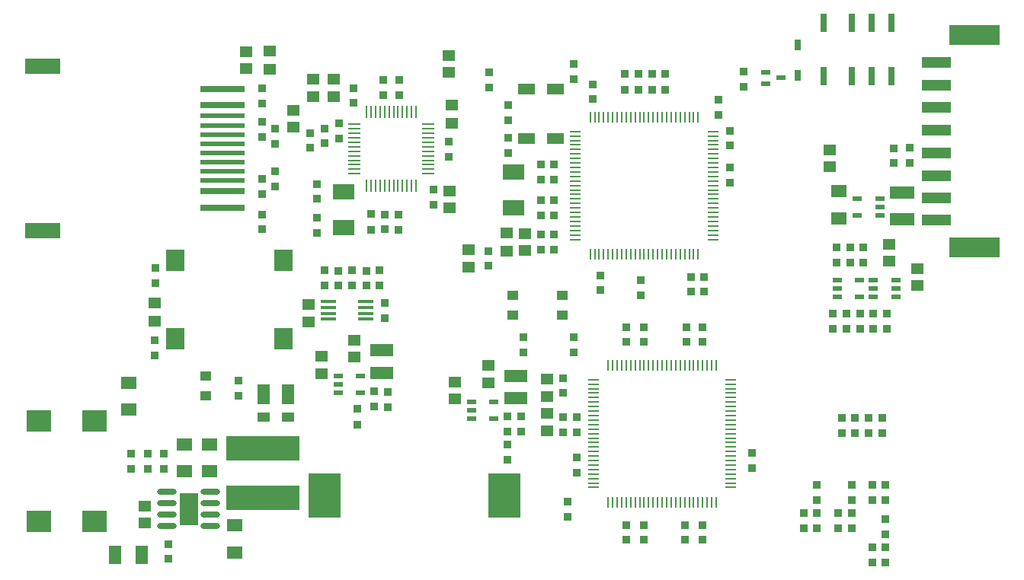
<source format=gtp>
%FSLAX44Y44*%
%MOMM*%
G71*
G01*
G75*
G04 Layer_Color=8421504*
%ADD10R,0.9000X0.8500*%
%ADD11R,0.9000X0.9000*%
%ADD12O,1.8000X0.4000*%
%ADD13R,2.0000X2.4000*%
%ADD14R,1.4500X1.1500*%
%ADD15R,0.7000X2.0000*%
%ADD16R,1.1000X0.5500*%
%ADD17R,0.8000X1.2000*%
%ADD18R,1.4000X1.2000*%
%ADD19R,1.9000X1.3000*%
%ADD20R,3.6000X5.0000*%
%ADD21C,15.0000*%
%ADD22R,2.8000X2.4000*%
%ADD23O,2.2000X0.6000*%
%ADD24R,2.0500X3.6000*%
%ADD25R,8.1000X2.8000*%
%ADD26R,1.4000X2.0000*%
%ADD27R,1.4000X2.2000*%
%ADD28R,1.4000X1.0000*%
%ADD29R,1.8000X1.4000*%
%ADD30R,2.4000X1.8000*%
%ADD31O,0.2500X1.3500*%
%ADD32O,1.3500X0.2500*%
%ADD33O,0.2500X1.4000*%
%ADD34O,1.4000X0.2500*%
%ADD35R,4.0000X1.8000*%
%ADD36R,5.0000X0.6000*%
%ADD37R,5.0000X0.8000*%
%ADD38R,1.0000X0.6000*%
%ADD39R,2.6500X1.3500*%
%ADD40R,3.2000X1.2000*%
%ADD41R,5.6000X2.2000*%
%ADD42R,2.7000X1.4000*%
%ADD43R,1.0500X0.6000*%
%ADD44R,1.2000X1.0000*%
%ADD45C,0.2000*%
%ADD46C,0.1500*%
%ADD47C,0.2500*%
%ADD48C,0.3000*%
%ADD49C,0.9000*%
%ADD50C,0.8000*%
%ADD51C,0.6000*%
%ADD52C,0.7000*%
%ADD53C,0.7500*%
%ADD54C,1.0000*%
%ADD55C,1.4000*%
%ADD56C,1.2000*%
%ADD57C,0.5000*%
%ADD58C,0.4000*%
%ADD59C,1.4000*%
%ADD60C,2.7000*%
%ADD61R,1.8000X1.8000*%
%ADD62C,1.8000*%
%ADD63C,1.6000*%
%ADD64R,1.8000X1.8000*%
%ADD65C,0.7000*%
%ADD66C,2.0000*%
%ADD67C,0.1600*%
D10*
X-474000Y-47500D02*
D03*
Y-64500D02*
D03*
X-530000Y-47500D02*
D03*
Y-64500D02*
D03*
X-751000Y26500D02*
D03*
Y9500D02*
D03*
X-690000D02*
D03*
Y26500D02*
D03*
X-721000D02*
D03*
Y9500D02*
D03*
X-285500Y230500D02*
D03*
Y247500D02*
D03*
X-165250Y-260250D02*
D03*
Y-243250D02*
D03*
Y-228750D02*
D03*
Y-211750D02*
D03*
X-204000Y-260250D02*
D03*
Y-243250D02*
D03*
Y-228750D02*
D03*
Y-211750D02*
D03*
X-127750Y-298250D02*
D03*
Y-281250D02*
D03*
Y-266750D02*
D03*
Y-249750D02*
D03*
X-131500Y-154500D02*
D03*
Y-137500D02*
D03*
X-146500Y-154500D02*
D03*
Y-137500D02*
D03*
X-161500Y-154500D02*
D03*
Y-137500D02*
D03*
X-176500Y-154500D02*
D03*
Y-137500D02*
D03*
X-127750Y-228750D02*
D03*
Y-211750D02*
D03*
X-142750Y-228750D02*
D03*
Y-211750D02*
D03*
X-300500Y140750D02*
D03*
Y123750D02*
D03*
X-480750Y-230750D02*
D03*
Y-247750D02*
D03*
X-399500Y15750D02*
D03*
Y-1250D02*
D03*
X-474000Y256500D02*
D03*
Y239500D02*
D03*
X-668250Y221500D02*
D03*
Y238500D02*
D03*
X-686250Y221500D02*
D03*
Y238500D02*
D03*
X-699250Y89000D02*
D03*
Y72000D02*
D03*
X-966000Y-194500D02*
D03*
Y-177500D02*
D03*
X-948000D02*
D03*
Y-194500D02*
D03*
X-846500Y-96250D02*
D03*
Y-113250D02*
D03*
X-821000Y192000D02*
D03*
Y175000D02*
D03*
X-806000Y184000D02*
D03*
Y167000D02*
D03*
Y120000D02*
D03*
Y137000D02*
D03*
X-821000Y111000D02*
D03*
Y128000D02*
D03*
X-547750Y-135750D02*
D03*
Y-152750D02*
D03*
X-547750Y-167250D02*
D03*
Y-184250D02*
D03*
X-696000Y-107500D02*
D03*
Y-124500D02*
D03*
X-714750Y-127750D02*
D03*
Y-144750D02*
D03*
X-387500Y244750D02*
D03*
Y227750D02*
D03*
X-141250Y-21500D02*
D03*
Y-38500D02*
D03*
X-126250D02*
D03*
Y-21500D02*
D03*
X-402500Y227750D02*
D03*
Y244750D02*
D03*
X-417500Y227750D02*
D03*
Y244750D02*
D03*
X-182250Y35000D02*
D03*
Y52000D02*
D03*
X-167250D02*
D03*
Y35000D02*
D03*
X-186250Y-38250D02*
D03*
Y-21250D02*
D03*
X-171250Y-38500D02*
D03*
Y-21500D02*
D03*
X-372500Y227750D02*
D03*
Y244750D02*
D03*
X-568000Y229500D02*
D03*
Y246500D02*
D03*
X-669250Y71750D02*
D03*
Y88750D02*
D03*
D11*
X-736000Y9750D02*
D03*
Y26250D02*
D03*
X-705000D02*
D03*
Y9750D02*
D03*
X-684500Y-26500D02*
D03*
Y-10000D02*
D03*
X-180250Y-260000D02*
D03*
Y-243500D02*
D03*
X-219000Y-260000D02*
D03*
Y-243500D02*
D03*
X-142750Y-298000D02*
D03*
Y-281500D02*
D03*
X-940000Y-68000D02*
D03*
Y-51500D02*
D03*
X-939500Y29000D02*
D03*
Y12500D02*
D03*
X-547000Y193750D02*
D03*
Y210250D02*
D03*
Y173750D02*
D03*
Y157250D02*
D03*
X-684250Y72250D02*
D03*
Y88750D02*
D03*
X-930000Y-194250D02*
D03*
Y-177750D02*
D03*
X-925000Y-277750D02*
D03*
Y-294250D02*
D03*
X-759250Y122500D02*
D03*
Y106000D02*
D03*
Y68500D02*
D03*
Y85000D02*
D03*
X-630000Y99750D02*
D03*
Y116250D02*
D03*
X-767000Y179250D02*
D03*
Y162750D02*
D03*
X-719250Y212750D02*
D03*
Y229250D02*
D03*
X-612750Y153250D02*
D03*
Y169750D02*
D03*
X-735000Y189750D02*
D03*
Y173250D02*
D03*
X-751000Y184250D02*
D03*
Y167750D02*
D03*
X-569000Y48250D02*
D03*
Y31750D02*
D03*
X-496000Y66250D02*
D03*
Y49750D02*
D03*
X-511000Y66250D02*
D03*
Y49750D02*
D03*
X-329250Y19250D02*
D03*
Y2750D02*
D03*
X-313750Y199750D02*
D03*
Y216250D02*
D03*
X-452750Y217000D02*
D03*
Y233500D02*
D03*
X-444750Y21000D02*
D03*
Y4500D02*
D03*
X-496000Y127750D02*
D03*
Y144250D02*
D03*
Y104250D02*
D03*
Y87750D02*
D03*
X-300500Y165500D02*
D03*
Y182000D02*
D03*
X-344250Y19250D02*
D03*
Y2750D02*
D03*
X-511000Y144250D02*
D03*
Y127750D02*
D03*
Y87750D02*
D03*
Y104250D02*
D03*
X-486500Y-93250D02*
D03*
Y-109750D02*
D03*
X-486000Y-136750D02*
D03*
Y-153250D02*
D03*
X-471000Y-136750D02*
D03*
Y-153250D02*
D03*
X-396000Y-256750D02*
D03*
Y-273250D02*
D03*
X-351000Y-256750D02*
D03*
Y-273250D02*
D03*
X-349000Y-53250D02*
D03*
Y-36750D02*
D03*
X-396000Y-53250D02*
D03*
Y-36750D02*
D03*
X-471000Y-181750D02*
D03*
Y-198250D02*
D03*
X-331000Y-53250D02*
D03*
Y-36750D02*
D03*
X-416000Y-53250D02*
D03*
Y-36750D02*
D03*
X-276000Y-176500D02*
D03*
Y-193000D02*
D03*
X-416000Y-256750D02*
D03*
Y-273250D02*
D03*
X-331000Y-256750D02*
D03*
Y-273250D02*
D03*
X-820750Y212250D02*
D03*
Y228750D02*
D03*
X-821000Y88616D02*
D03*
Y72116D02*
D03*
X-532500Y-152500D02*
D03*
Y-136000D02*
D03*
X-681000Y-125500D02*
D03*
Y-109000D02*
D03*
X-156250Y-21750D02*
D03*
Y-38250D02*
D03*
X-152250Y35250D02*
D03*
Y51750D02*
D03*
X-119000Y146000D02*
D03*
Y162500D02*
D03*
X-100750Y146250D02*
D03*
Y162750D02*
D03*
D12*
X-705250Y-27750D02*
D03*
Y-21250D02*
D03*
Y-14750D02*
D03*
Y-8250D02*
D03*
X-746750Y-27750D02*
D03*
Y-21250D02*
D03*
Y-14750D02*
D03*
Y-8250D02*
D03*
D13*
X-796750Y-49500D02*
D03*
X-916750D02*
D03*
X-796750Y37500D02*
D03*
X-916750D02*
D03*
D14*
X-769250Y-30500D02*
D03*
Y-11500D02*
D03*
X-591000Y30500D02*
D03*
Y49500D02*
D03*
X-189500Y160500D02*
D03*
Y141500D02*
D03*
X-123500Y55500D02*
D03*
Y36500D02*
D03*
X-838000Y250750D02*
D03*
Y269750D02*
D03*
X-951000Y-254750D02*
D03*
Y-235750D02*
D03*
X-763750Y239000D02*
D03*
Y220000D02*
D03*
X-786250Y204500D02*
D03*
Y185500D02*
D03*
X-612000Y96000D02*
D03*
Y115000D02*
D03*
X-612750Y265500D02*
D03*
Y246500D02*
D03*
X-528750Y67500D02*
D03*
Y48500D02*
D03*
X-503750Y-132750D02*
D03*
Y-151750D02*
D03*
X-569500Y-79500D02*
D03*
Y-98500D02*
D03*
X-606000Y-116750D02*
D03*
Y-97750D02*
D03*
X-718000Y-51000D02*
D03*
Y-70000D02*
D03*
X-754250Y-88250D02*
D03*
Y-69250D02*
D03*
X-92750Y9500D02*
D03*
Y28500D02*
D03*
D15*
X-197000Y302250D02*
D03*
X-143000D02*
D03*
X-165000D02*
D03*
X-197000Y242250D02*
D03*
X-143000D02*
D03*
X-165000D02*
D03*
X-121000D02*
D03*
Y302250D02*
D03*
D16*
X-243750Y240750D02*
D03*
X-260750Y234250D02*
D03*
Y247250D02*
D03*
D17*
X-225000Y243250D02*
D03*
Y277250D02*
D03*
D18*
X-939750Y-29750D02*
D03*
Y-9750D02*
D03*
X-812250Y250250D02*
D03*
Y270250D02*
D03*
X-610000Y210500D02*
D03*
Y190500D02*
D03*
X-740750Y239500D02*
D03*
Y219500D02*
D03*
X-549000Y48000D02*
D03*
Y68000D02*
D03*
X-504000Y-94000D02*
D03*
Y-114000D02*
D03*
D19*
X-527000Y173500D02*
D03*
X-495000D02*
D03*
X-527000Y228500D02*
D03*
X-495000D02*
D03*
D20*
X-751250Y-223500D02*
D03*
X-551250D02*
D03*
D22*
X-1007250Y-140500D02*
D03*
X-1068250D02*
D03*
Y-252500D02*
D03*
X-1007250D02*
D03*
D23*
X-926250Y-219950D02*
D03*
Y-232650D02*
D03*
Y-245350D02*
D03*
Y-258050D02*
D03*
X-877750Y-219950D02*
D03*
Y-232650D02*
D03*
Y-245350D02*
D03*
Y-258050D02*
D03*
D24*
X-902000Y-239000D02*
D03*
D25*
X-820000Y-171500D02*
D03*
Y-226500D02*
D03*
D26*
X-984000Y-290000D02*
D03*
X-954000D02*
D03*
D27*
X-818750Y-111000D02*
D03*
X-792000D02*
D03*
D28*
X-818750Y-137000D02*
D03*
X-792000D02*
D03*
D29*
X-968500Y-128500D02*
D03*
Y-98500D02*
D03*
X-851000Y-287000D02*
D03*
Y-257000D02*
D03*
X-907000Y-197000D02*
D03*
Y-167000D02*
D03*
X-879000Y-197000D02*
D03*
Y-167000D02*
D03*
X-180000Y84500D02*
D03*
Y114500D02*
D03*
D30*
X-729750Y113750D02*
D03*
Y73750D02*
D03*
X-541000Y96000D02*
D03*
Y136000D02*
D03*
D31*
X-456000Y197250D02*
D03*
X-451000D02*
D03*
X-446000D02*
D03*
X-441000D02*
D03*
X-436000D02*
D03*
X-431000D02*
D03*
X-426000D02*
D03*
X-421000D02*
D03*
X-416000D02*
D03*
X-411000D02*
D03*
X-406000D02*
D03*
X-401000D02*
D03*
X-396000D02*
D03*
X-391000D02*
D03*
X-386000D02*
D03*
X-381000D02*
D03*
X-376000D02*
D03*
X-371000D02*
D03*
X-366000D02*
D03*
X-361000D02*
D03*
X-356000D02*
D03*
X-351000D02*
D03*
X-346000D02*
D03*
X-341000D02*
D03*
X-336000D02*
D03*
Y44750D02*
D03*
X-341000D02*
D03*
X-346000D02*
D03*
X-351000D02*
D03*
X-356000D02*
D03*
X-361000D02*
D03*
X-366000D02*
D03*
X-371000D02*
D03*
X-376000D02*
D03*
X-381000D02*
D03*
X-386000D02*
D03*
X-391000D02*
D03*
X-396000D02*
D03*
X-401000D02*
D03*
X-406000D02*
D03*
X-411000D02*
D03*
X-416000D02*
D03*
X-421000D02*
D03*
X-426000D02*
D03*
X-431000D02*
D03*
X-436000D02*
D03*
X-441000D02*
D03*
X-446000D02*
D03*
X-451000D02*
D03*
X-456000D02*
D03*
X-436000Y-231250D02*
D03*
X-431000D02*
D03*
X-426000D02*
D03*
X-421000D02*
D03*
X-416000D02*
D03*
X-411000D02*
D03*
X-406000D02*
D03*
X-401000D02*
D03*
X-396000D02*
D03*
X-391000D02*
D03*
X-386000D02*
D03*
X-381000D02*
D03*
X-376000D02*
D03*
X-371000D02*
D03*
X-366000D02*
D03*
X-361000D02*
D03*
X-356000D02*
D03*
X-351000D02*
D03*
X-346000D02*
D03*
X-341000D02*
D03*
X-336000D02*
D03*
X-331000D02*
D03*
X-326000D02*
D03*
X-321000D02*
D03*
X-316000D02*
D03*
Y-78750D02*
D03*
X-321000D02*
D03*
X-326000D02*
D03*
X-331000D02*
D03*
X-336000D02*
D03*
X-341000D02*
D03*
X-346000D02*
D03*
X-351000D02*
D03*
X-356000D02*
D03*
X-361000D02*
D03*
X-366000D02*
D03*
X-371000D02*
D03*
X-376000D02*
D03*
X-381000D02*
D03*
X-386000D02*
D03*
X-391000D02*
D03*
X-396000D02*
D03*
X-401000D02*
D03*
X-406000D02*
D03*
X-411000D02*
D03*
X-416000D02*
D03*
X-421000D02*
D03*
X-426000D02*
D03*
X-431000D02*
D03*
X-436000D02*
D03*
D32*
X-319750Y181000D02*
D03*
Y176000D02*
D03*
Y171000D02*
D03*
Y166000D02*
D03*
Y161000D02*
D03*
Y156000D02*
D03*
Y151000D02*
D03*
Y146000D02*
D03*
Y141000D02*
D03*
Y136000D02*
D03*
Y131000D02*
D03*
Y126000D02*
D03*
Y121000D02*
D03*
Y116000D02*
D03*
Y111000D02*
D03*
Y106000D02*
D03*
Y101000D02*
D03*
Y96000D02*
D03*
Y91000D02*
D03*
Y86000D02*
D03*
Y81000D02*
D03*
Y76000D02*
D03*
Y71000D02*
D03*
Y66000D02*
D03*
Y61000D02*
D03*
X-472250D02*
D03*
Y66000D02*
D03*
Y71000D02*
D03*
Y76000D02*
D03*
Y81000D02*
D03*
Y86000D02*
D03*
Y91000D02*
D03*
Y96000D02*
D03*
Y101000D02*
D03*
Y106000D02*
D03*
Y111000D02*
D03*
Y116000D02*
D03*
Y121000D02*
D03*
Y126000D02*
D03*
Y131000D02*
D03*
Y136000D02*
D03*
Y141000D02*
D03*
Y146000D02*
D03*
Y151000D02*
D03*
Y156000D02*
D03*
Y161000D02*
D03*
Y166000D02*
D03*
Y171000D02*
D03*
Y176000D02*
D03*
Y181000D02*
D03*
X-452250Y-95000D02*
D03*
Y-100000D02*
D03*
Y-105000D02*
D03*
Y-110000D02*
D03*
Y-115000D02*
D03*
Y-120000D02*
D03*
Y-125000D02*
D03*
Y-130000D02*
D03*
Y-135000D02*
D03*
Y-140000D02*
D03*
Y-145000D02*
D03*
Y-150000D02*
D03*
Y-155000D02*
D03*
Y-160000D02*
D03*
Y-165000D02*
D03*
Y-170000D02*
D03*
Y-175000D02*
D03*
Y-180000D02*
D03*
Y-185000D02*
D03*
Y-190000D02*
D03*
Y-195000D02*
D03*
Y-200000D02*
D03*
Y-205000D02*
D03*
Y-210000D02*
D03*
Y-215000D02*
D03*
X-299750D02*
D03*
Y-210000D02*
D03*
Y-205000D02*
D03*
Y-200000D02*
D03*
Y-195000D02*
D03*
Y-190000D02*
D03*
Y-185000D02*
D03*
Y-180000D02*
D03*
Y-175000D02*
D03*
Y-170000D02*
D03*
Y-165000D02*
D03*
Y-160000D02*
D03*
Y-155000D02*
D03*
Y-150000D02*
D03*
Y-145000D02*
D03*
Y-140000D02*
D03*
Y-135000D02*
D03*
Y-130000D02*
D03*
Y-125000D02*
D03*
Y-120000D02*
D03*
Y-115000D02*
D03*
Y-110000D02*
D03*
Y-105000D02*
D03*
Y-100000D02*
D03*
Y-95000D02*
D03*
D33*
X-704500Y202500D02*
D03*
X-699500D02*
D03*
X-694500D02*
D03*
X-689500D02*
D03*
X-684500D02*
D03*
X-679500D02*
D03*
X-674500D02*
D03*
X-669500D02*
D03*
X-664500D02*
D03*
X-659500D02*
D03*
X-654500D02*
D03*
X-649500D02*
D03*
Y120500D02*
D03*
X-654500D02*
D03*
X-659500D02*
D03*
X-664500D02*
D03*
X-669500D02*
D03*
X-674500D02*
D03*
X-679500D02*
D03*
X-684500D02*
D03*
X-689500D02*
D03*
X-694500D02*
D03*
X-699500D02*
D03*
X-704500D02*
D03*
D34*
X-636000Y189000D02*
D03*
Y184000D02*
D03*
Y179000D02*
D03*
Y174000D02*
D03*
Y169000D02*
D03*
Y164000D02*
D03*
Y159000D02*
D03*
Y154000D02*
D03*
Y149000D02*
D03*
Y144000D02*
D03*
Y139000D02*
D03*
Y134000D02*
D03*
X-718000D02*
D03*
Y139000D02*
D03*
Y144000D02*
D03*
Y149000D02*
D03*
Y154000D02*
D03*
Y159000D02*
D03*
Y164000D02*
D03*
Y169000D02*
D03*
Y174000D02*
D03*
Y179000D02*
D03*
Y184000D02*
D03*
Y189000D02*
D03*
D35*
X-1064750Y71000D02*
D03*
Y254000D02*
D03*
D36*
X-864750Y147200D02*
D03*
Y137000D02*
D03*
Y167600D02*
D03*
Y157400D02*
D03*
Y188000D02*
D03*
Y177800D02*
D03*
Y198200D02*
D03*
Y126800D02*
D03*
D37*
Y210200D02*
D03*
Y114800D02*
D03*
Y96400D02*
D03*
Y228600D02*
D03*
D38*
X-563500Y-119500D02*
D03*
Y-138500D02*
D03*
X-587500D02*
D03*
Y-129000D02*
D03*
Y-119500D02*
D03*
X-711750Y-91000D02*
D03*
Y-110000D02*
D03*
X-735750D02*
D03*
Y-100500D02*
D03*
Y-91000D02*
D03*
D39*
X-687250Y-62500D02*
D03*
Y-87500D02*
D03*
X-539000Y-90750D02*
D03*
Y-115750D02*
D03*
D40*
X-71000Y257500D02*
D03*
Y232500D02*
D03*
Y207500D02*
D03*
Y82500D02*
D03*
Y107500D02*
D03*
Y132100D02*
D03*
Y157500D02*
D03*
Y182500D02*
D03*
D41*
X-29000Y52000D02*
D03*
Y288000D02*
D03*
D42*
X-109000Y113500D02*
D03*
Y83500D02*
D03*
D43*
X-159250Y87500D02*
D03*
Y106500D02*
D03*
X-134250D02*
D03*
Y97000D02*
D03*
Y87500D02*
D03*
X-141500Y15750D02*
D03*
Y6250D02*
D03*
Y-3250D02*
D03*
X-116500D02*
D03*
Y6250D02*
D03*
Y15750D02*
D03*
X-156500D02*
D03*
Y-3250D02*
D03*
X-181500D02*
D03*
Y6250D02*
D03*
Y15750D02*
D03*
D44*
X-883000Y-113250D02*
D03*
Y-91250D02*
D03*
X-542000Y-23000D02*
D03*
Y-1000D02*
D03*
X-487000Y-23000D02*
D03*
Y-1000D02*
D03*
M02*

</source>
